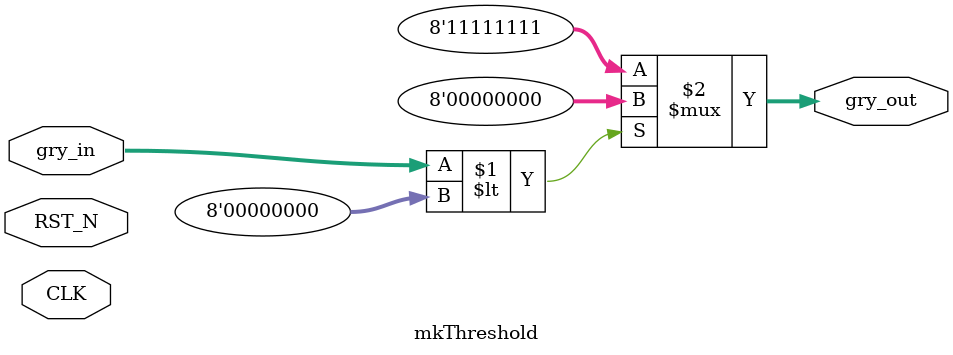
<source format=v>

`ifdef BSV_ASSIGNMENT_DELAY
`else
`define BSV_ASSIGNMENT_DELAY
`endif

module mkThreshold(CLK,
		   RST_N,

		   gry_in,
		   gry_out);
  parameter [7 : 0] threshold = 8'b0;
  input  CLK;
  input  RST_N;

  // actionvalue method filter
  input  [7 : 0] gry_in;
  output [7 : 0] gry_out;

  // signals for module outputs
  wire [7 : 0] gry_out;

  // actionvalue method filter
  assign gry_out = (gry_in < threshold) ? 8'd0 : 8'd255 ;
endmodule  // mkThreshold


</source>
